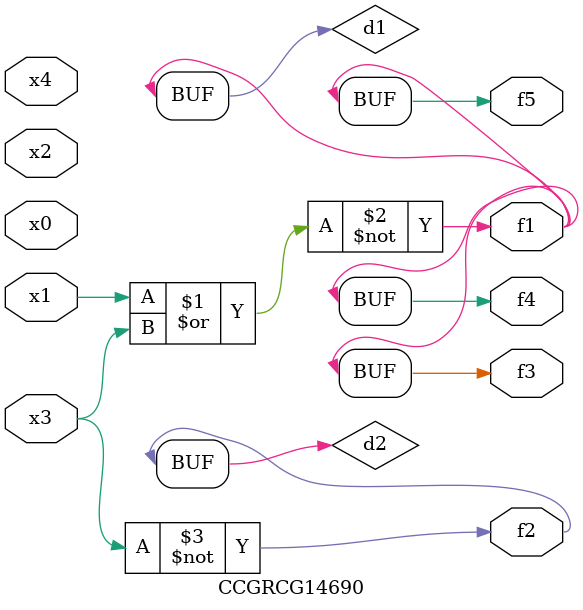
<source format=v>
module CCGRCG14690(
	input x0, x1, x2, x3, x4,
	output f1, f2, f3, f4, f5
);

	wire d1, d2;

	nor (d1, x1, x3);
	not (d2, x3);
	assign f1 = d1;
	assign f2 = d2;
	assign f3 = d1;
	assign f4 = d1;
	assign f5 = d1;
endmodule

</source>
